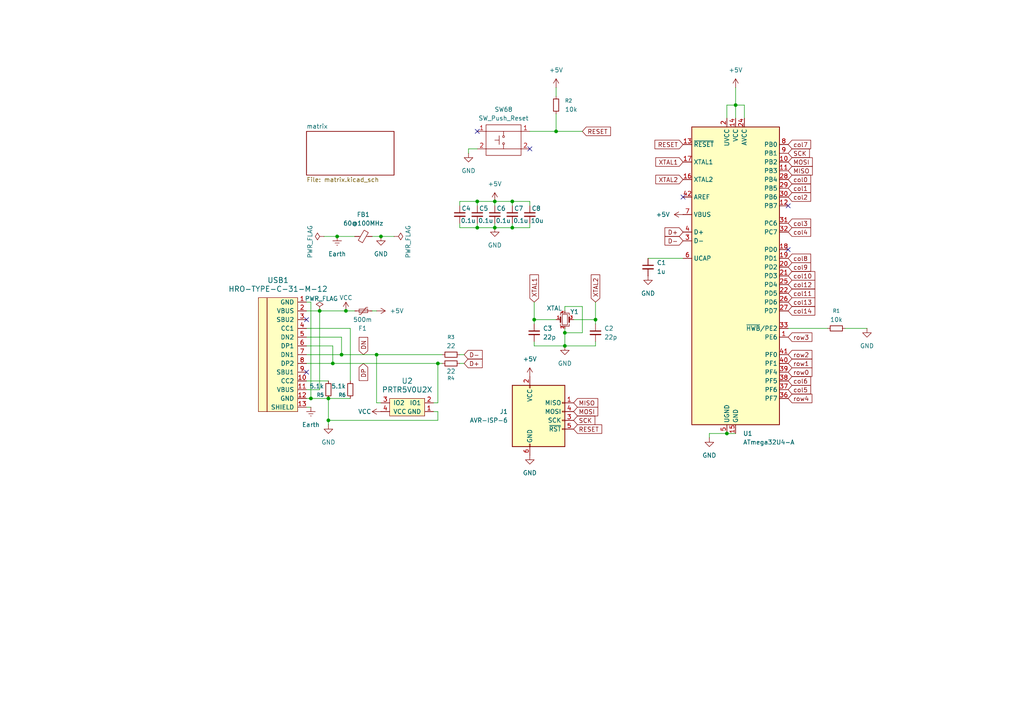
<source format=kicad_sch>
(kicad_sch (version 20250114) (generator "eeschema") (generator_version "9.0")
  (paper "A4")
  (lib_symbols
    (symbol "Connector:AVR-ISP-6" (pin_names (offset 1.016))
      (property "Reference" "J" (at -6.35 11.43 0))
      (property "Value" "AVR-ISP-6" (at 0 11.43 0))
      (symbol "AVR-ISP-6_0_1"
        (rectangle (start -2.667 10.16) (end -2.413 9.398))
        (rectangle (start -2.667 -6.858) (end -2.413 -7.62))
        (rectangle (start 7.62 10.16) (end -7.62 -7.62) (stroke (width 0.254)) (fill (type background)))
        (rectangle (start 7.62 5.207) (end 6.858 4.953))
        (rectangle (start 7.62 2.667) (end 6.858 2.413))
        (rectangle (start 7.62 0.127) (end 6.858 -0.127))
        (rectangle (start 7.62 -2.413) (end 6.858 -2.667))
      )
      (symbol "AVR-ISP-6_1_1"
        (pin passive line (at -2.54 12.7 270) (length 2.54) (name "VCC") (number "2"))
        (pin passive line (at -2.54 -10.16 90) (length 2.54) (name "GND") (number "6"))
        (pin passive line (at 10.16 5.08 180) (length 2.54) (name "MISO") (number "1"))
        (pin passive line (at 10.16 2.54 180) (length 2.54) (name "MOSI") (number "4"))
        (pin passive line (at 10.16 0 180) (length 2.54) (name "SCK") (number "3"))
        (pin passive line (at 10.16 -2.54 180) (length 2.54) (name "~{RST}") (number "5"))
      )
    )
    (symbol "Device:C_Small" (pin_numbers (hide yes)) (pin_names (offset 0.254) (hide yes))
      (property "Reference" "C" (at 0.254 1.778 0))
      (property "Value" "C_Small" (at 0.254 -2.032 0))
      (symbol "C_Small_0_1"
        (polyline (pts (xy -1.524 0.508) (xy 1.524 0.508)) (stroke (width 0.3048)))
        (polyline (pts (xy -1.524 -0.508) (xy 1.524 -0.508)) (stroke (width 0.3302)))
      )
      (symbol "C_Small_1_1"
        (pin passive line (at 0 2.54 270) (length 2.032) (name "~") (number "1"))
        (pin passive line (at 0 -2.54 90) (length 2.032) (name "~") (number "2"))
      )
    )
    (symbol "Device:Crystal_GND24_Small" (pin_names (offset 1.016) (hide yes))
      (property "Reference" "Y" (at 1.27 4.445 0))
      (property "Value" "Crystal_GND24_Small" (at 1.27 2.54 0))
      (symbol "Crystal_GND24_Small_0_1"
        (polyline (pts (xy -1.27 1.27) (xy -1.27 1.905) (xy 1.27 1.905) (xy 1.27 1.27)))
        (polyline (pts (xy -1.27 -0.762) (xy -1.27 0.762)) (stroke (width 0.381)))
        (polyline (pts (xy -1.27 -1.27) (xy -1.27 -1.905) (xy 1.27 -1.905) (xy 1.27 -1.27)))
        (rectangle (start -0.762 -1.524) (end 0.762 1.524))
        (polyline (pts (xy 1.27 -0.762) (xy 1.27 0.762)) (stroke (width 0.381)))
      )
      (symbol "Crystal_GND24_Small_1_1"
        (pin passive line (at -2.54 0 0) (length 1.27) (name "1") (number "1"))
        (pin passive line (at 0 2.54 270) (length 0.635) (name "4") (number "4"))
        (pin passive line (at 0 -2.54 90) (length 0.635) (name "2") (number "2"))
        (pin passive line (at 2.54 0 180) (length 1.27) (name "3") (number "3"))
      )
    )
    (symbol "Device:FerriteBead_Small" (pin_numbers (hide yes)) (pin_names (offset 0))
      (property "Reference" "FB" (at 1.905 1.27 0))
      (property "Value" "FerriteBead_Small" (at 1.905 -1.27 0))
      (symbol "FerriteBead_Small_0_1"
        (polyline (pts (xy -1.8288 0.2794) (xy -1.1176 1.4986) (xy 1.8288 -0.2032) (xy 1.1176 -1.4224) (xy -1.8288 0.2794)))
        (polyline (pts (xy 0 0.889) (xy 0 1.2954)))
        (polyline (pts (xy 0 -1.27) (xy 0 -0.7874)))
      )
      (symbol "FerriteBead_Small_1_1"
        (pin passive line (at 0 2.54 270) (length 1.27) (name "~") (number "1"))
        (pin passive line (at 0 -2.54 90) (length 1.27) (name "~") (number "2"))
      )
    )
    (symbol "Device:Polyfuse_Small" (pin_numbers (hide yes)) (pin_names (offset 0))
      (property "Reference" "F" (at -1.905 0 90))
      (property "Value" "Polyfuse_Small" (at 1.905 0 90))
      (symbol "Polyfuse_Small_0_1"
        (polyline (pts (xy -1.016 1.27) (xy -1.016 0.762) (xy 1.016 -0.762) (xy 1.016 -1.27)))
        (rectangle (start -0.508 1.27) (end 0.508 -1.27))
        (polyline (pts (xy 0 2.54) (xy 0 -2.54)))
      )
      (symbol "Polyfuse_Small_1_1"
        (pin passive line (at 0 2.54 270) (length 0.635) (name "~") (number "1"))
        (pin passive line (at 0 -2.54 90) (length 0.635) (name "~") (number "2"))
      )
    )
    (symbol "Device:R_Small" (pin_numbers (hide yes)) (pin_names (offset 0.254) (hide yes))
      (property "Reference" "R" (at 0 0 90))
      (property "Value" "R_Small" (at 1.778 0 90))
      (symbol "R_Small_0_1"
        (rectangle (start -0.762 1.778) (end 0.762 -1.778) (stroke (width 0.2032)))
      )
      (symbol "R_Small_1_1"
        (pin passive line (at 0 2.54 270) (length 0.762) (name "~") (number "1"))
        (pin passive line (at 0 -2.54 90) (length 0.762) (name "~") (number "2"))
      )
    )
    (symbol "MCU_Microchip_ATmega:ATmega32U4-A"
      (property "Reference" "U" (at -12.7 44.45 0))
      (property "Value" "ATmega32U4-A" (at 2.54 -44.45 0))
      (symbol "ATmega32U4-A_0_1"
        (rectangle (start -12.7 -43.18) (end 12.7 43.18) (stroke (width 0.254)) (fill (type background)))
      )
      (symbol "ATmega32U4-A_1_1"
        (pin input line (at -15.24 38.1 0) (length 2.54) (name "~{RESET}") (number "13"))
        (pin input line (at -15.24 33.02 0) (length 2.54) (name "XTAL1") (number "17"))
        (pin output line (at -15.24 27.94 0) (length 2.54) (name "XTAL2") (number "16"))
        (pin passive line (at -15.24 22.86 0) (length 2.54) (name "AREF") (number "42"))
        (pin input line (at -15.24 17.78 0) (length 2.54) (name "VBUS") (number "7"))
        (pin bidirectional line (at -15.24 12.7 0) (length 2.54) (name "D+") (number "4"))
        (pin bidirectional line (at -15.24 10.16 0) (length 2.54) (name "D-") (number "3"))
        (pin passive line (at -15.24 5.08 0) (length 2.54) (name "UCAP") (number "6"))
        (pin power_in line (at -2.54 45.72 270) (length 2.54) (name "UVCC") (number "2"))
        (pin passive line (at -2.54 -45.72 90) (length 2.54) (name "UGND") (number "5"))
        (pin power_in line (at 0 45.72 270) (length 2.54) (name "VCC") (number "14"))
        (pin passive line (at 0 45.72 270) (length 2.54) (hide yes) (name "VCC") (number "34"))
        (pin power_in line (at 0 -45.72 90) (length 2.54) (name "GND") (number "15"))
        (pin passive line (at 0 -45.72 90) (length 2.54) (hide yes) (name "GND") (number "23"))
        (pin passive line (at 0 -45.72 90) (length 2.54) (hide yes) (name "GND") (number "35"))
        (pin passive line (at 0 -45.72 90) (length 2.54) (hide yes) (name "GND") (number "43"))
        (pin power_in line (at 2.54 45.72 270) (length 2.54) (name "AVCC") (number "24"))
        (pin passive line (at 2.54 45.72 270) (length 2.54) (hide yes) (name "AVCC") (number "44"))
        (pin bidirectional line (at 15.24 38.1 180) (length 2.54) (name "PB0") (number "8"))
        (pin bidirectional line (at 15.24 35.56 180) (length 2.54) (name "PB1") (number "9"))
        (pin bidirectional line (at 15.24 33.02 180) (length 2.54) (name "PB2") (number "10"))
        (pin bidirectional line (at 15.24 30.48 180) (length 2.54) (name "PB3") (number "11"))
        (pin bidirectional line (at 15.24 27.94 180) (length 2.54) (name "PB4") (number "28"))
        (pin bidirectional line (at 15.24 25.4 180) (length 2.54) (name "PB5") (number "29"))
        (pin bidirectional line (at 15.24 22.86 180) (length 2.54) (name "PB6") (number "30"))
        (pin bidirectional line (at 15.24 20.32 180) (length 2.54) (name "PB7") (number "12"))
        (pin bidirectional line (at 15.24 15.24 180) (length 2.54) (name "PC6") (number "31"))
        (pin bidirectional line (at 15.24 12.7 180) (length 2.54) (name "PC7") (number "32"))
        (pin bidirectional line (at 15.24 7.62 180) (length 2.54) (name "PD0") (number "18"))
        (pin bidirectional line (at 15.24 5.08 180) (length 2.54) (name "PD1") (number "19"))
        (pin bidirectional line (at 15.24 2.54 180) (length 2.54) (name "PD2") (number "20"))
        (pin bidirectional line (at 15.24 0 180) (length 2.54) (name "PD3") (number "21"))
        (pin bidirectional line (at 15.24 -2.54 180) (length 2.54) (name "PD4") (number "25"))
        (pin bidirectional line (at 15.24 -5.08 180) (length 2.54) (name "PD5") (number "22"))
        (pin bidirectional line (at 15.24 -7.62 180) (length 2.54) (name "PD6") (number "26"))
        (pin bidirectional line (at 15.24 -10.16 180) (length 2.54) (name "PD7") (number "27"))
        (pin bidirectional line (at 15.24 -15.24 180) (length 2.54) (name "~{HWB}/PE2") (number "33"))
        (pin bidirectional line (at 15.24 -17.78 180) (length 2.54) (name "PE6") (number "1"))
        (pin bidirectional line (at 15.24 -22.86 180) (length 2.54) (name "PF0") (number "41"))
        (pin bidirectional line (at 15.24 -25.4 180) (length 2.54) (name "PF1") (number "40"))
        (pin bidirectional line (at 15.24 -27.94 180) (length 2.54) (name "PF4") (number "39"))
        (pin bidirectional line (at 15.24 -30.48 180) (length 2.54) (name "PF5") (number "38"))
        (pin bidirectional line (at 15.24 -33.02 180) (length 2.54) (name "PF6") (number "37"))
        (pin bidirectional line (at 15.24 -35.56 180) (length 2.54) (name "PF7") (number "36"))
      )
    )
    (symbol "Type-C:HRO-TYPE-C-31-M-12" (pin_names (offset 1.016))
      (property "Reference" "USB" (at -5.08 16.51 0))
      (property "Value" "HRO-TYPE-C-31-M-12" (at -10.16 -1.27 90))
      (symbol "HRO-TYPE-C-31-M-12_0_1"
        (rectangle (start -11.43 15.24) (end -8.89 -17.78) (fill (type background)))
        (rectangle (start 0 -17.78) (end -8.89 15.24) (fill (type background)))
      )
      (symbol "HRO-TYPE-C-31-M-12_1_1"
        (pin input line (at 2.54 13.97 180) (length 2.54) (name "GND") (number "1"))
        (pin input line (at 2.54 11.43 180) (length 2.54) (name "VBUS") (number "2"))
        (pin input line (at 2.54 8.89 180) (length 2.54) (name "SBU2") (number "3"))
        (pin input line (at 2.54 6.35 180) (length 2.54) (name "CC1") (number "4"))
        (pin input line (at 2.54 3.81 180) (length 2.54) (name "DN2") (number "5"))
        (pin input line (at 2.54 1.27 180) (length 2.54) (name "DP1") (number "6"))
        (pin input line (at 2.54 -1.27 180) (length 2.54) (name "DN1") (number "7"))
        (pin input line (at 2.54 -3.81 180) (length 2.54) (name "DP2") (number "8"))
        (pin input line (at 2.54 -6.35 180) (length 2.54) (name "SBU1") (number "9"))
        (pin input line (at 2.54 -8.89 180) (length 2.54) (name "CC2") (number "10"))
        (pin input line (at 2.54 -11.43 180) (length 2.54) (name "VBUS") (number "11"))
        (pin input line (at 2.54 -13.97 180) (length 2.54) (name "GND") (number "12"))
        (pin input line (at 2.54 -16.51 180) (length 2.54) (name "SHIELD") (number "13"))
      )
    )
    (symbol "local:SW_SKQG"
      (property "Reference" "SW" (at 0 5.588 0))
      (symbol "SW_SKQG_0_1"
        (rectangle (start -5.08 4.445) (end 5.08 -4.445))
        (polyline (pts (xy -5.08 2.54) (xy 5.08 2.54)))
        (polyline (pts (xy -5.08 -2.54) (xy 5.08 -2.54)))
        (polyline (pts (xy -1.27 -1.27) (xy -1.27 1.27) (xy -1.27 0) (xy -2.54 0)))
        (polyline (pts (xy 0 2.54) (xy 0 1.27)))
        (circle (center 0 1.016) (radius 0.2794))
        (circle (center 0 -1.016) (radius 0.2794))
        (polyline (pts (xy 0 -2.54) (xy 0 -1.27)))
      )
      (symbol "SW_SKQG_1_1"
        (pin passive line (at -7.62 2.54 0) (length 2.54) (name "") (number "1"))
        (pin passive line (at -7.62 -2.54 0) (length 2.54) (name "") (number "2"))
        (pin passive line (at 7.62 2.54 180) (length 2.54) (name "") (number "1"))
        (pin passive line (at 7.62 -2.54 180) (length 2.54) (name "") (number "2"))
      )
    )
    (symbol "power:+5V" (power) (pin_numbers (hide yes)) (pin_names (offset 0) (hide yes))
      (property "Value" "+5V" (at 0 3.556 0))
      (symbol "+5V_0_1"
        (polyline (pts (xy -0.762 1.27) (xy 0 2.54)))
        (polyline (pts (xy 0 2.54) (xy 0.762 1.27)))
        (polyline (pts (xy 0 0) (xy 0 2.54)))
      )
      (symbol "+5V_1_1"
        (pin power_in line (at 0 0 90) (length 0) (name "~") (number "1"))
      )
    )
    (symbol "power:Earth" (power) (pin_numbers (hide yes)) (pin_names (offset 0) (hide yes))
      (property "Value" "Earth" (at 0 -3.81 0))
      (symbol "Earth_0_1"
        (polyline (pts (xy -0.635 -1.905) (xy 0.635 -1.905)))
        (polyline (pts (xy -0.127 -2.54) (xy 0.127 -2.54)))
        (polyline (pts (xy 0 -1.27) (xy 0 0)))
        (polyline (pts (xy 1.27 -1.27) (xy -1.27 -1.27)))
      )
      (symbol "Earth_1_1"
        (pin power_in line (at 0 0 270) (length 0) (name "~") (number "1"))
      )
    )
    (symbol "power:GND" (power) (pin_numbers (hide yes)) (pin_names (offset 0) (hide yes))
      (property "Value" "GND" (at 0 -3.81 0))
      (symbol "GND_0_1"
        (polyline (pts (xy 0 0) (xy 0 -1.27) (xy 1.27 -1.27) (xy 0 -2.54) (xy -1.27 -1.27) (xy 0 -1.27)))
      )
      (symbol "GND_1_1"
        (pin power_in line (at 0 0 270) (length 0) (name "~") (number "1"))
      )
    )
    (symbol "power:PWR_FLAG" (power) (pin_numbers (hide yes)) (pin_names (offset 0) (hide yes))
      (property "Value" "PWR_FLAG" (at 0 3.81 0))
      (symbol "PWR_FLAG_0_0"
        (pin power_out line (at 0 0 90) (length 0) (name "~") (number "1"))
      )
      (symbol "PWR_FLAG_0_1"
        (polyline (pts (xy 0 0) (xy 0 1.27) (xy -1.016 1.905) (xy 0 2.54) (xy 1.016 1.905) (xy 0 1.27)))
      )
    )
    (symbol "power:VCC" (power) (pin_numbers (hide yes)) (pin_names (offset 0) (hide yes))
      (property "Value" "VCC" (at 0 3.556 0))
      (symbol "VCC_0_1"
        (polyline (pts (xy -0.762 1.27) (xy 0 2.54)))
        (polyline (pts (xy 0 2.54) (xy 0.762 1.27)))
        (polyline (pts (xy 0 0) (xy 0 2.54)))
      )
      (symbol "VCC_1_1"
        (pin power_in line (at 0 0 90) (length 0) (name "~") (number "1"))
      )
    )
    (symbol "random-keyboard-parts:PRTR5V0U2X" (pin_names (offset 1.016))
      (property "Reference" "U" (at 0 3.81 0))
      (property "Value" "PRTR5V0U2X" (at 0 -3.81 0))
      (symbol "PRTR5V0U2X_0_1"
        (rectangle (start -5.08 2.54) (end 5.08 -2.54) (fill (type background)))
      )
      (symbol "PRTR5V0U2X_1_1"
        (pin input line (at -7.62 1.27 0) (length 2.54) (name "GND") (number "1"))
        (pin input line (at -7.62 -1.27 0) (length 2.54) (name "IO1") (number "2"))
        (pin input line (at 7.62 1.27 180) (length 2.54) (name "VCC") (number "4"))
        (pin input line (at 7.62 -1.27 180) (length 2.54) (name "IO2") (number "3"))
      )
    )
  )
  (junction (at 138.43 66.04))
  (junction (at 161.29 38.1))
  (junction (at 100.33 90.17))
  (junction (at 163.83 96.52))
  (junction (at 148.59 58.42))
  (junction (at 210.82 125.73))
  (junction (at 109.22 102.87))
  (junction (at 99.06 102.87))
  (junction (at 95.25 115.57))
  (junction (at 143.51 58.42))
  (junction (at 138.43 58.42))
  (junction (at 96.52 105.41))
  (junction (at 163.83 100.33))
  (junction (at 172.72 92.71))
  (junction (at 97.79 68.58))
  (junction (at 127 105.41))
  (junction (at 92.71 90.17))
  (junction (at 110.49 68.58))
  (junction (at 213.36 30.48))
  (junction (at 143.51 66.04))
  (junction (at 148.59 66.04))
  (junction (at 95.25 121.92))
  (junction (at 154.94 92.71))
  (junction (at 90.17 115.57))
  (no_connect (at 88.9 92.71))
  (no_connect (at 198.12 57.15))
  (no_connect (at 228.6 72.39))
  (no_connect (at 153.67 43.18))
  (no_connect (at 138.43 38.1))
  (no_connect (at 228.6 59.69))
  (no_connect (at 88.9 107.95))
  (wire (pts (xy 153.67 64.77) (xy 153.67 66.04)))
  (wire (pts (xy 215.9 34.29) (xy 215.9 30.48)))
  (wire (pts (xy 245.11 95.25) (xy 251.46 95.25)))
  (wire (pts (xy 107.95 90.17) (xy 109.22 90.17)))
  (wire (pts (xy 163.83 95.25) (xy 163.83 96.52)))
  (wire (pts (xy 163.83 100.33) (xy 172.72 100.33)))
  (wire (pts (xy 88.9 105.41) (xy 96.52 105.41)))
  (wire (pts (xy 213.36 30.48) (xy 213.36 34.29)))
  (wire (pts (xy 97.79 68.58) (xy 102.87 68.58)))
  (wire (pts (xy 96.52 100.33) (xy 96.52 105.41)))
  (wire (pts (xy 172.72 92.71) (xy 172.72 93.98)))
  (wire (pts (xy 210.82 125.73) (xy 205.74 125.73)))
  (wire (pts (xy 154.94 92.71) (xy 161.29 92.71)))
  (wire (pts (xy 92.71 90.17) (xy 100.33 90.17)))
  (wire (pts (xy 95.25 115.57) (xy 101.6 115.57)))
  (wire (pts (xy 90.17 115.57) (xy 88.9 115.57)))
  (wire (pts (xy 148.59 58.42) (xy 148.59 59.69)))
  (wire (pts (xy 133.35 102.87) (xy 134.62 102.87)))
  (wire (pts (xy 110.49 116.84) (xy 109.22 116.84)))
  (wire (pts (xy 172.72 87.63) (xy 172.72 92.71)))
  (wire (pts (xy 168.91 88.9) (xy 163.83 88.9)))
  (wire (pts (xy 100.33 90.17) (xy 102.87 90.17)))
  (wire (pts (xy 163.83 96.52) (xy 168.91 96.52)))
  (wire (pts (xy 213.36 25.4) (xy 213.36 30.48)))
  (wire (pts (xy 161.29 33.02) (xy 161.29 38.1)))
  (wire (pts (xy 92.71 113.03) (xy 92.71 90.17)))
  (wire (pts (xy 88.9 87.63) (xy 90.17 87.63)))
  (wire (pts (xy 88.9 100.33) (xy 96.52 100.33)))
  (wire (pts (xy 90.17 115.57) (xy 95.25 115.57)))
  (wire (pts (xy 133.35 59.69) (xy 133.35 58.42)))
  (wire (pts (xy 133.35 105.41) (xy 134.62 105.41)))
  (wire (pts (xy 138.43 58.42) (xy 138.43 59.69)))
  (wire (pts (xy 95.25 115.57) (xy 95.25 121.92)))
  (wire (pts (xy 210.82 34.29) (xy 210.82 30.48)))
  (wire (pts (xy 138.43 43.18) (xy 135.89 43.18)))
  (wire (pts (xy 88.9 95.25) (xy 101.6 95.25)))
  (wire (pts (xy 143.51 66.04) (xy 148.59 66.04)))
  (wire (pts (xy 161.29 38.1) (xy 168.91 38.1)))
  (wire (pts (xy 205.74 125.73) (xy 205.74 127)))
  (wire (pts (xy 163.83 88.9) (xy 163.83 90.17)))
  (wire (pts (xy 148.59 66.04) (xy 153.67 66.04)))
  (wire (pts (xy 213.36 125.73) (xy 210.82 125.73)))
  (wire (pts (xy 187.96 74.93) (xy 198.12 74.93)))
  (wire (pts (xy 138.43 66.04) (xy 143.51 66.04)))
  (wire (pts (xy 154.94 92.71) (xy 154.94 93.98)))
  (wire (pts (xy 127 119.38) (xy 127 121.92)))
  (wire (pts (xy 138.43 58.42) (xy 143.51 58.42)))
  (wire (pts (xy 125.73 119.38) (xy 127 119.38)))
  (wire (pts (xy 88.9 97.79) (xy 99.06 97.79)))
  (wire (pts (xy 96.52 105.41) (xy 127 105.41)))
  (wire (pts (xy 107.95 68.58) (xy 110.49 68.58)))
  (wire (pts (xy 228.6 95.25) (xy 240.03 95.25)))
  (wire (pts (xy 161.29 27.94) (xy 161.29 25.4)))
  (wire (pts (xy 154.94 100.33) (xy 163.83 100.33)))
  (wire (pts (xy 133.35 66.04) (xy 138.43 66.04)))
  (wire (pts (xy 125.73 116.84) (xy 127 116.84)))
  (wire (pts (xy 148.59 64.77) (xy 148.59 66.04)))
  (wire (pts (xy 153.67 38.1) (xy 161.29 38.1)))
  (wire (pts (xy 88.9 118.11) (xy 90.17 118.11)))
  (wire (pts (xy 109.22 102.87) (xy 99.06 102.87)))
  (wire (pts (xy 88.9 110.49) (xy 95.25 110.49)))
  (wire (pts (xy 127 105.41) (xy 128.27 105.41)))
  (wire (pts (xy 143.51 58.42) (xy 143.51 59.69)))
  (wire (pts (xy 101.6 95.25) (xy 101.6 110.49)))
  (wire (pts (xy 95.25 121.92) (xy 127 121.92)))
  (wire (pts (xy 143.51 58.42) (xy 148.59 58.42)))
  (wire (pts (xy 88.9 90.17) (xy 92.71 90.17)))
  (wire (pts (xy 93.98 68.58) (xy 97.79 68.58)))
  (wire (pts (xy 90.17 87.63) (xy 90.17 115.57)))
  (wire (pts (xy 166.37 92.71) (xy 172.72 92.71)))
  (wire (pts (xy 110.49 68.58) (xy 114.3 68.58)))
  (wire (pts (xy 154.94 87.63) (xy 154.94 92.71)))
  (wire (pts (xy 163.83 96.52) (xy 163.83 100.33)))
  (wire (pts (xy 143.51 64.77) (xy 143.51 66.04)))
  (wire (pts (xy 88.9 113.03) (xy 92.71 113.03)))
  (wire (pts (xy 153.67 58.42) (xy 153.67 59.69)))
  (wire (pts (xy 127 105.41) (xy 127 116.84)))
  (wire (pts (xy 95.25 121.92) (xy 95.25 123.19)))
  (wire (pts (xy 133.35 58.42) (xy 138.43 58.42)))
  (wire (pts (xy 135.89 43.18) (xy 135.89 44.45)))
  (wire (pts (xy 109.22 102.87) (xy 109.22 116.84)))
  (wire (pts (xy 88.9 102.87) (xy 99.06 102.87)))
  (wire (pts (xy 133.35 64.77) (xy 133.35 66.04)))
  (wire (pts (xy 172.72 100.33) (xy 172.72 99.06)))
  (wire (pts (xy 148.59 58.42) (xy 153.67 58.42)))
  (wire (pts (xy 168.91 96.52) (xy 168.91 88.9)))
  (wire (pts (xy 138.43 64.77) (xy 138.43 66.04)))
  (wire (pts (xy 210.82 30.48) (xy 213.36 30.48)))
  (wire (pts (xy 154.94 99.06) (xy 154.94 100.33)))
  (wire (pts (xy 215.9 30.48) (xy 213.36 30.48)))
  (wire (pts (xy 128.27 102.87) (xy 109.22 102.87)))
  (wire (pts (xy 99.06 97.79) (xy 99.06 102.87)))
  (global_label "row1" (shape input) (at 228.6 105.41 0) (property "Intersheetrefs" "${INTERSHEET_REFS}" (effects (hide yes))))
  (global_label "SCK" (shape input) (at 166.37 121.92 0) (property "Intersheetrefs" "${INTERSHEET_REFS}" (effects (hide yes))))
  (global_label "col9" (shape input) (at 228.6 77.47 0) (property "Intersheetrefs" "${INTERSHEET_REFS}" (effects (hide yes))))
  (global_label "SCK" (shape input) (at 228.6 44.45 0) (property "Intersheetrefs" "${INTERSHEET_REFS}" (effects (hide yes))))
  (global_label "col6" (shape input) (at 228.6 110.49 0) (property "Intersheetrefs" "${INTERSHEET_REFS}" (effects (hide yes))))
  (global_label "col7" (shape input) (at 228.6 41.91 0) (property "Intersheetrefs" "${INTERSHEET_REFS}" (effects (hide yes))))
  (global_label "RESET" (shape input) (at 168.91 38.1 0) (property "Intersheetrefs" "${INTERSHEET_REFS}" (effects (hide yes))))
  (global_label "row2" (shape input) (at 228.6 102.87 0) (property "Intersheetrefs" "${INTERSHEET_REFS}" (effects (hide yes))))
  (global_label "col5" (shape input) (at 228.6 113.03 0) (property "Intersheetrefs" "${INTERSHEET_REFS}" (effects (hide yes))))
  (global_label "col2" (shape input) (at 228.6 57.15 0) (property "Intersheetrefs" "${INTERSHEET_REFS}" (effects (hide yes))))
  (global_label "col10" (shape input) (at 228.6 80.01 0) (property "Intersheetrefs" "${INTERSHEET_REFS}" (effects (hide yes))))
  (global_label "col3" (shape input) (at 228.6 64.77 0) (property "Intersheetrefs" "${INTERSHEET_REFS}" (effects (hide yes))))
  (global_label "MOSI" (shape input) (at 228.6 46.99 0) (property "Intersheetrefs" "${INTERSHEET_REFS}" (effects (hide yes))))
  (global_label "XTAL1" (shape input) (at 154.94 87.63 90) (property "Intersheetrefs" "${INTERSHEET_REFS}" (effects (hide yes))))
  (global_label "MISO" (shape input) (at 166.37 116.84 0) (property "Intersheetrefs" "${INTERSHEET_REFS}" (effects (hide yes))))
  (global_label "col12" (shape input) (at 228.6 82.55 0) (property "Intersheetrefs" "${INTERSHEET_REFS}" (effects (hide yes))))
  (global_label "MOSI" (shape input) (at 166.37 119.38 0) (property "Intersheetrefs" "${INTERSHEET_REFS}" (effects (hide yes))))
  (global_label "D-" (shape input) (at 134.62 102.87 0) (property "Intersheetrefs" "${INTERSHEET_REFS}" (effects (hide yes))))
  (global_label "col14" (shape input) (at 228.6 90.17 0) (property "Intersheetrefs" "${INTERSHEET_REFS}" (effects (hide yes))))
  (global_label "D-" (shape input) (at 198.12 69.85 180) (property "Intersheetrefs" "${INTERSHEET_REFS}" (effects (hide yes))))
  (global_label "RESET" (shape input) (at 198.12 41.91 180) (property "Intersheetrefs" "${INTERSHEET_REFS}" (effects (hide yes))))
  (global_label "RESET" (shape input) (at 166.37 124.46 0) (property "Intersheetrefs" "${INTERSHEET_REFS}" (effects (hide yes))))
  (global_label "DN" (shape input) (at 105.41 102.87 90) (property "Intersheetrefs" "${INTERSHEET_REFS}" (effects (hide yes))))
  (global_label "XTAL1" (shape input) (at 198.12 46.99 180) (property "Intersheetrefs" "${INTERSHEET_REFS}" (effects (hide yes))))
  (global_label "col8" (shape input) (at 228.6 74.93 0) (property "Intersheetrefs" "${INTERSHEET_REFS}" (effects (hide yes))))
  (global_label "col1" (shape input) (at 228.6 54.61 0) (property "Intersheetrefs" "${INTERSHEET_REFS}" (effects (hide yes))))
  (global_label "col13" (shape input) (at 228.6 87.63 0) (property "Intersheetrefs" "${INTERSHEET_REFS}" (effects (hide yes))))
  (global_label "XTAL2" (shape input) (at 172.72 87.63 90) (property "Intersheetrefs" "${INTERSHEET_REFS}" (effects (hide yes))))
  (global_label "D+" (shape input) (at 134.62 105.41 0) (property "Intersheetrefs" "${INTERSHEET_REFS}" (effects (hide yes))))
  (global_label "XTAL2" (shape input) (at 198.12 52.07 180) (property "Intersheetrefs" "${INTERSHEET_REFS}" (effects (hide yes))))
  (global_label "row4" (shape input) (at 228.6 115.57 0) (property "Intersheetrefs" "${INTERSHEET_REFS}" (effects (hide yes))))
  (global_label "row3" (shape input) (at 228.6 97.79 0) (property "Intersheetrefs" "${INTERSHEET_REFS}" (effects (hide yes))))
  (global_label "row0" (shape input) (at 228.6 107.95 0) (property "Intersheetrefs" "${INTERSHEET_REFS}" (effects (hide yes))))
  (global_label "col4" (shape input) (at 228.6 67.31 0) (property "Intersheetrefs" "${INTERSHEET_REFS}" (effects (hide yes))))
  (global_label "MISO" (shape input) (at 228.6 49.53 0) (property "Intersheetrefs" "${INTERSHEET_REFS}" (effects (hide yes))))
  (global_label "col11" (shape input) (at 228.6 85.09 0) (property "Intersheetrefs" "${INTERSHEET_REFS}" (effects (hide yes))))
  (global_label "col0" (shape input) (at 228.6 52.07 0) (property "Intersheetrefs" "${INTERSHEET_REFS}" (effects (hide yes))))
  (global_label "DP" (shape input) (at 105.41 105.41 270) (property "Intersheetrefs" "${INTERSHEET_REFS}" (effects (hide yes))))
  (global_label "D+" (shape input) (at 198.12 67.31 180) (property "Intersheetrefs" "${INTERSHEET_REFS}" (effects (hide yes))))
  (symbol (lib_id "power:+5V") (at 153.67 109.22 0) (unit 1)
    (property "Reference" "#PWR08" (effects (hide yes)))
    (property "Value" "+5V" (at 153.67 104.14 0))
    (property "Description" "Power symbol creates a global label with name \"+5V\"" (effects (hide yes)))
  )
  (symbol (lib_id "power:+5V") (at 109.22 90.17 270) (unit 1)
    (property "Reference" "#PWR013" (effects (hide yes)))
    (property "Value" "+5V" (at 113.03 90.1699 90) (effects (justify left)))
    (property "Description" "Power symbol creates a global label with name \"+5V\"" (effects (hide yes)))
  )
  (symbol (lib_id "Device:C_Small") (at 138.43 62.23 0) (unit 1)
    (property "Reference" "C5" (at 138.938 60.452 0) (effects (justify left)))
    (property "Value" "0.1u" (at 138.684 64.008 0) (effects (justify left)))
    (property "Footprint" "Capacitor_SMD:C_0805_2012Metric_Pad1.18x1.45mm_HandSolder" (effects (hide yes)))
    (property "Description" "Unpolarized capacitor, small symbol" (effects (hide yes)))
  )
  (symbol (lib_id "Device:C_Small") (at 154.94 96.52 0) (unit 1)
    (property "Reference" "C3" (at 157.48 95.2562 0) (effects (justify left)))
    (property "Value" "22p" (at 157.48 97.7962 0) (effects (justify left)))
    (property "Footprint" "Capacitor_SMD:C_0805_2012Metric_Pad1.18x1.45mm_HandSolder" (effects (hide yes)))
    (property "Description" "Unpolarized capacitor, small symbol" (effects (hide yes)))
  )
  (symbol (lib_id "power:+5V") (at 143.51 58.42 0) (unit 1)
    (property "Reference" "#PWR07" (effects (hide yes)))
    (property "Value" "+5V" (at 143.51 53.34 0))
    (property "Description" "Power symbol creates a global label with name \"+5V\"" (effects (hide yes)))
  )
  (symbol (lib_id "MCU_Microchip_ATmega:ATmega32U4-A") (at 213.36 80.01 0) (unit 1)
    (property "Reference" "U1" (at 215.5033 125.73 0) (effects (justify left)))
    (property "Value" "ATmega32U4-A" (at 215.5033 128.27 0) (effects (justify left)))
    (property "Footprint" "Package_QFP:TQFP-44_10x10mm_P0.8mm" (effects (hide yes)))
    (property "Datasheet" "http://ww1.microchip.com/downloads/en/DeviceDoc/Atmel-7766-8-bit-AVR-ATmega16U4-32U4_Datasheet.pdf" (effects (hide yes)))
    (property "Description" "16MHz, 32kB Flash, 2.5kB SRAM, 1kB EEPROM, USB 2.0, TQFP-44" (effects (hide yes)))
  )
  (symbol (lib_id "power:VCC") (at 110.49 119.38 90) (unit 1)
    (property "Reference" "#PWR015" (effects (hide yes)))
    (property "Value" "VCC" (at 107.696 119.38 90) (effects (justify left)))
    (property "Description" "Power symbol creates a global label with name \"VCC\"" (effects (hide yes)))
  )
  (symbol (lib_id "power:+5V") (at 213.36 25.4 0) (unit 1)
    (property "Reference" "#PWR01" (effects (hide yes)))
    (property "Value" "+5V" (at 213.36 20.32 0))
    (property "Description" "Power symbol creates a global label with name \"+5V\"" (effects (hide yes)))
  )
  (symbol (lib_id "Device:R_Small") (at 130.81 102.87 90) (unit 1)
    (property "Reference" "R3" (at 130.81 97.79 90) (effects (font (size 1.016 1.016))))
    (property "Value" "22" (at 130.81 100.33 90))
    (property "Footprint" "Resistor_SMD:R_0805_2012Metric_Pad1.20x1.40mm_HandSolder" (effects (hide yes)))
    (property "Description" "Resistor, small symbol" (effects (hide yes)))
  )
  (symbol (lib_id "power:GND") (at 135.89 44.45 0) (unit 1)
    (property "Reference" "#PWR011" (effects (hide yes)))
    (property "Value" "GND" (at 135.89 49.53 0))
    (property "Description" "Power symbol creates a global label with name \"GND\" , ground" (effects (hide yes)))
  )
  (symbol (lib_id "power:PWR_FLAG") (at 92.71 90.17 0) (unit 1)
    (property "Reference" "#FLG02" (effects (hide yes)))
    (property "Value" "PWR_FLAG" (at 93.218 86.614 0))
    (property "Description" "Special symbol for telling ERC where power comes from" (effects (hide yes)))
  )
  (symbol (lib_id "Device:Polyfuse_Small") (at 105.41 90.17 270) (unit 1)
    (property "Reference" "F1" (at 105.156 95.25 90))
    (property "Value" "500m" (at 105.156 92.71 90))
    (property "Footprint" "Fuse:Fuse_1206_3216Metric_Pad1.42x1.75mm_HandSolder" (effects (hide yes)))
    (property "Description" "Resettable fuse, polymeric positive temperature coefficient, small symbol" (effects (hide yes)))
  )
  (symbol (lib_id "Device:C_Small") (at 172.72 96.52 0) (unit 1)
    (property "Reference" "C2" (at 175.26 95.2562 0) (effects (justify left)))
    (property "Value" "22p" (at 175.26 97.7962 0) (effects (justify left)))
    (property "Footprint" "Capacitor_SMD:C_0805_2012Metric_Pad1.18x1.45mm_HandSolder" (effects (hide yes)))
    (property "Description" "Unpolarized capacitor, small symbol" (effects (hide yes)))
  )
  (symbol (lib_id "power:GND") (at 95.25 123.19 0) (unit 1)
    (property "Reference" "#PWR014" (effects (hide yes)))
    (property "Value" "GND" (at 95.25 128.27 0))
    (property "Description" "Power symbol creates a global label with name \"GND\" , ground" (effects (hide yes)))
  )
  (symbol (lib_id "Device:R_Small") (at 95.25 113.03 0) (unit 1)
    (property "Reference" "R5" (at 93.98 114.554 0) (effects (font (size 1.016 1.016)) (justify right)))
    (property "Value" "5.1k" (at 93.98 112.014 0) (effects (justify right)))
    (property "Footprint" "Resistor_SMD:R_0805_2012Metric_Pad1.20x1.40mm_HandSolder" (effects (hide yes)))
    (property "Description" "Resistor, small symbol" (effects (hide yes)))
  )
  (symbol (lib_id "Device:R_Small") (at 161.29 30.48 180) (unit 1)
    (property "Reference" "R2" (at 163.83 29.2099 0) (effects (font (size 1.016 1.016)) (justify right)))
    (property "Value" "10k" (at 163.83 31.7499 0) (effects (justify right)))
    (property "Footprint" "Resistor_SMD:R_0805_2012Metric_Pad1.20x1.40mm_HandSolder" (effects (hide yes)))
    (property "Description" "Resistor, small symbol" (effects (hide yes)))
  )
  (symbol (lib_id "power:+5V") (at 198.12 62.23 90) (unit 1)
    (property "Reference" "#PWR016" (effects (hide yes)))
    (property "Value" "+5V" (at 194.31 62.2299 90) (effects (justify left)))
    (property "Description" "Power symbol creates a global label with name \"+5V\"" (effects (hide yes)))
  )
  (symbol (lib_id "Connector:AVR-ISP-6") (at 156.21 121.92 0) (unit 1)
    (property "Reference" "J1" (at 147.32 119.3799 0) (effects (justify right)))
    (property "Value" "AVR-ISP-6" (at 147.32 121.9199 0) (effects (justify right)))
    (property "Footprint" "random-keyboard-parts:Reset_Pretty-Mask" (effects (hide yes)))
    (property "Description" "Atmel 6-pin ISP connector" (effects (hide yes)))
  )
  (symbol (lib_id "random-keyboard-parts:PRTR5V0U2X") (at 118.11 118.11 180) (unit 1)
    (property "Reference" "U2" (at 118.11 110.49 0) (effects (font (size 1.524 1.524))))
    (property "Value" "PRTR5V0U2X" (at 118.11 113.03 0) (effects (font (size 1.524 1.524))))
    (property "Footprint" "random-keyboard-parts:SOT143B" (effects (hide yes)))
  )
  (symbol (lib_id "power:GND") (at 143.51 66.04 0) (unit 1)
    (property "Reference" "#PWR06" (effects (hide yes)))
    (property "Value" "GND" (at 143.51 71.12 0))
    (property "Description" "Power symbol creates a global label with name \"GND\" , ground" (effects (hide yes)))
  )
  (symbol (lib_id "power:Earth") (at 97.79 68.58 0) (unit 1)
    (property "Reference" "#PWR018" (effects (hide yes)))
    (property "Value" "Earth" (at 97.79 73.66 0))
    (property "Description" "Power symbol creates a global label with name \"Earth\"" (effects (hide yes)))
  )
  (symbol (lib_id "Device:FerriteBead_Small") (at 105.41 68.58 90) (unit 1)
    (property "Reference" "FB1" (at 105.3719 62.23 90))
    (property "Value" "60@100MHz" (at 105.3719 64.77 90))
    (property "Footprint" "Inductor_SMD:L_0805_2012Metric_Pad1.15x1.40mm_HandSolder" (effects (hide yes)))
    (property "Description" "Ferrite bead, small symbol" (effects (hide yes)))
  )
  (symbol (lib_id "Device:C_Small") (at 143.51 62.23 0) (unit 1)
    (property "Reference" "C6" (at 144.018 60.452 0) (effects (justify left)))
    (property "Value" "0.1u" (at 143.764 64.008 0) (effects (justify left)))
    (property "Footprint" "Capacitor_SMD:C_0805_2012Metric_Pad1.18x1.45mm_HandSolder" (effects (hide yes)))
    (property "Description" "Unpolarized capacitor, small symbol" (effects (hide yes)))
  )
  (symbol (lib_id "Type-C:HRO-TYPE-C-31-M-12") (at 86.36 101.6 0) (unit 1)
    (property "Reference" "USB1" (at 80.645 81.28 0) (effects (font (size 1.524 1.524))))
    (property "Value" "HRO-TYPE-C-31-M-12" (at 80.645 83.82 0) (effects (font (size 1.524 1.524))))
    (property "Footprint" "Type-C:HRO-TYPE-C-31-M-12-HandSoldering" (effects (hide yes)))
  )
  (symbol (lib_id "power:VCC") (at 100.33 90.17 0) (unit 1)
    (property "Reference" "#PWR012" (effects (hide yes)))
    (property "Value" "VCC" (at 100.33 86.36 0))
    (property "Description" "Power symbol creates a global label with name \"VCC\"" (effects (hide yes)))
  )
  (symbol (lib_id "power:PWR_FLAG") (at 114.3 68.58 270) (unit 1)
    (property "Reference" "#FLG03" (effects (hide yes)))
    (property "Value" "PWR_FLAG" (at 118.364 70.104 0))
    (property "Description" "Special symbol for telling ERC where power comes from" (effects (hide yes)))
  )
  (symbol (lib_id "power:GND") (at 205.74 127 0) (unit 1)
    (property "Reference" "#PWR02" (effects (hide yes)))
    (property "Value" "GND" (at 205.74 132.08 0))
    (property "Description" "Power symbol creates a global label with name \"GND\" , ground" (effects (hide yes)))
  )
  (symbol (lib_id "power:GND") (at 251.46 95.25 0) (unit 1)
    (property "Reference" "#PWR03" (effects (hide yes)))
    (property "Value" "GND" (at 251.46 100.33 0))
    (property "Description" "Power symbol creates a global label with name \"GND\" , ground" (effects (hide yes)))
  )
  (symbol (lib_id "power:GND") (at 163.83 100.33 0) (unit 1)
    (property "Reference" "#PWR05" (effects (hide yes)))
    (property "Value" "GND" (at 163.83 105.41 0))
    (property "Description" "Power symbol creates a global label with name \"GND\" , ground" (effects (hide yes)))
  )
  (symbol (lib_id "Device:R_Small") (at 130.81 105.41 90) (unit 1)
    (property "Reference" "R4" (at 130.81 109.728 90) (effects (font (size 1.016 1.016))))
    (property "Value" "22" (at 130.81 107.696 90))
    (property "Footprint" "Resistor_SMD:R_0805_2012Metric_Pad1.20x1.40mm_HandSolder" (effects (hide yes)))
    (property "Description" "Resistor, small symbol" (effects (hide yes)))
  )
  (symbol (lib_id "Device:R_Small") (at 101.6 113.03 0) (unit 1)
    (property "Reference" "R6" (at 100.33 114.554 0) (effects (font (size 1.016 1.016)) (justify right)))
    (property "Value" "5.1k" (at 100.33 112.014 0) (effects (justify right)))
    (property "Footprint" "Resistor_SMD:R_0805_2012Metric_Pad1.20x1.40mm_HandSolder" (effects (hide yes)))
    (property "Description" "Resistor, small symbol" (effects (hide yes)))
  )
  (symbol (lib_id "power:GND") (at 187.96 80.01 0) (unit 1)
    (property "Reference" "#PWR04" (effects (hide yes)))
    (property "Value" "GND" (at 187.96 85.09 0))
    (property "Description" "Power symbol creates a global label with name \"GND\" , ground" (effects (hide yes)))
  )
  (symbol (lib_id "Device:C_Small") (at 148.59 62.23 0) (unit 1)
    (property "Reference" "C7" (at 149.098 60.452 0) (effects (justify left)))
    (property "Value" "0.1u" (at 148.844 64.008 0) (effects (justify left)))
    (property "Footprint" "Capacitor_SMD:C_0805_2012Metric_Pad1.18x1.45mm_HandSolder" (effects (hide yes)))
    (property "Description" "Unpolarized capacitor, small symbol" (effects (hide yes)))
  )
  (symbol (lib_id "power:PWR_FLAG") (at 93.98 68.58 90) (mirror x) (unit 1)
    (property "Reference" "#FLG04" (effects (hide yes)))
    (property "Value" "PWR_FLAG" (at 89.916 70.104 0))
    (property "Description" "Special symbol for telling ERC where power comes from" (effects (hide yes)))
  )
  (symbol (lib_id "power:Earth") (at 90.17 118.11 0) (unit 1)
    (property "Reference" "#PWR019" (effects (hide yes)))
    (property "Value" "Earth" (at 90.17 123.19 0))
    (property "Description" "Power symbol creates a global label with name \"Earth\"" (effects (hide yes)))
  )
  (symbol (lib_id "Device:C_Small") (at 153.67 62.23 0) (unit 1)
    (property "Reference" "C8" (at 154.178 60.452 0) (effects (justify left)))
    (property "Value" "10u" (at 153.924 64.008 0) (effects (justify left)))
    (property "Footprint" "Capacitor_SMD:C_0805_2012Metric_Pad1.18x1.45mm_HandSolder" (effects (hide yes)))
    (property "Description" "Unpolarized capacitor, small symbol" (effects (hide yes)))
  )
  (symbol (lib_id "power:GND") (at 110.49 68.58 0) (unit 1)
    (property "Reference" "#PWR017" (effects (hide yes)))
    (property "Value" "GND" (at 110.49 73.66 0))
    (property "Description" "Power symbol creates a global label with name \"GND\" , ground" (effects (hide yes)))
  )
  (symbol (lib_id "Device:C_Small") (at 187.96 77.47 0) (unit 1)
    (property "Reference" "C1" (at 190.5 76.2062 0) (effects (justify left)))
    (property "Value" "1u" (at 190.5 78.7462 0) (effects (justify left)))
    (property "Footprint" "Capacitor_SMD:C_0805_2012Metric_Pad1.18x1.45mm_HandSolder" (effects (hide yes)))
    (property "Description" "Unpolarized capacitor, small symbol" (effects (hide yes)))
  )
  (symbol (lib_id "power:+5V") (at 161.29 25.4 0) (unit 1)
    (property "Reference" "#PWR010" (effects (hide yes)))
    (property "Value" "+5V" (at 161.29 20.32 0))
    (property "Description" "Power symbol creates a global label with name \"+5V\"" (effects (hide yes)))
  )
  (symbol (lib_id "Device:Crystal_GND24_Small") (at 163.83 92.71 0) (unit 1)
    (property "Reference" "Y1" (at 166.624 90.424 0))
    (property "Value" "XTAL" (at 160.782 89.408 0))
    (property "Footprint" "Crystal:Crystal_SMD_3225-4Pin_3.2x2.5mm_HandSoldering" (effects (hide yes)))
    (property "Description" "Four pin crystal, GND on pins 2 and 4, small symbol" (effects (hide yes)))
  )
  (symbol (lib_id "local:SW_SKQG") (at 146.05 40.64 0) (unit 1)
    (property "Reference" "SW68" (at 146.05 31.75 0))
    (property "Value" "SW_Push_Reset" (at 146.05 34.29 0))
    (property "Footprint" "Button_Switch_SMD:SW_SPST_SKQG_WithStem" (effects (hide yes)))
  )
  (symbol (lib_id "Device:C_Small") (at 133.35 62.23 0) (unit 1)
    (property "Reference" "C4" (at 133.858 60.452 0) (effects (justify left)))
    (property "Value" "0.1u" (at 133.604 64.008 0) (effects (justify left)))
    (property "Footprint" "Capacitor_SMD:C_0805_2012Metric_Pad1.18x1.45mm_HandSolder" (effects (hide yes)))
    (property "Description" "Unpolarized capacitor, small symbol" (effects (hide yes)))
  )
  (symbol (lib_id "Device:R_Small") (at 242.57 95.25 90) (unit 1)
    (property "Reference" "R1" (at 242.57 90.17 90) (effects (font (size 1.016 1.016))))
    (property "Value" "10k" (at 242.57 92.71 90))
    (property "Footprint" "Resistor_SMD:R_0805_2012Metric_Pad1.20x1.40mm_HandSolder" (effects (hide yes)))
    (property "Description" "Resistor, small symbol" (effects (hide yes)))
  )
  (symbol (lib_id "power:GND") (at 153.67 132.08 0) (unit 1)
    (property "Reference" "#PWR09" (effects (hide yes)))
    (property "Value" "GND" (at 153.67 137.16 0))
    (property "Description" "Power symbol creates a global label with name \"GND\" , ground" (effects (hide yes)))
  )
  (sheet (at 88.9 38.1) (size 25.4 12.7) (stroke (width 0.1524))
    (property "Sheetname" "matrix" (at 88.9 37.3884 0) (effects (justify left bottom)))
    (property "Sheetfile" "matrix.kicad_sch" (at 88.9 51.3846 0) (effects (justify left top)))
  )
)
</source>
